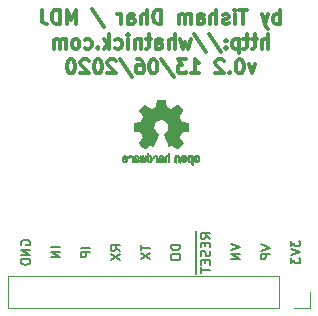
<source format=gbo>
G04 #@! TF.GenerationSoftware,KiCad,Pcbnew,(5.1.6)-1*
G04 #@! TF.CreationDate,2020-06-13T20:50:13+02:00*
G04 #@! TF.ProjectId,CS5490_Breakout,43533534-3930-45f4-9272-65616b6f7574,rev?*
G04 #@! TF.SameCoordinates,Original*
G04 #@! TF.FileFunction,Legend,Bot*
G04 #@! TF.FilePolarity,Positive*
%FSLAX46Y46*%
G04 Gerber Fmt 4.6, Leading zero omitted, Abs format (unit mm)*
G04 Created by KiCad (PCBNEW (5.1.6)-1) date 2020-06-13 20:50:13*
%MOMM*%
%LPD*%
G01*
G04 APERTURE LIST*
%ADD10C,0.300000*%
%ADD11C,0.200000*%
%ADD12C,0.010000*%
%ADD13C,0.120000*%
G04 APERTURE END LIST*
D10*
X161215714Y-100042857D02*
X161215714Y-98842857D01*
X161215714Y-99300000D02*
X161101428Y-99242857D01*
X160872857Y-99242857D01*
X160758571Y-99300000D01*
X160701428Y-99357142D01*
X160644285Y-99471428D01*
X160644285Y-99814285D01*
X160701428Y-99928571D01*
X160758571Y-99985714D01*
X160872857Y-100042857D01*
X161101428Y-100042857D01*
X161215714Y-99985714D01*
X160244285Y-99242857D02*
X159958571Y-100042857D01*
X159672857Y-99242857D02*
X159958571Y-100042857D01*
X160072857Y-100328571D01*
X160130000Y-100385714D01*
X160244285Y-100442857D01*
X158472857Y-98842857D02*
X157787142Y-98842857D01*
X158130000Y-100042857D02*
X158130000Y-98842857D01*
X157387142Y-100042857D02*
X157387142Y-99242857D01*
X157387142Y-98842857D02*
X157444285Y-98900000D01*
X157387142Y-98957142D01*
X157330000Y-98900000D01*
X157387142Y-98842857D01*
X157387142Y-98957142D01*
X156872857Y-99985714D02*
X156758571Y-100042857D01*
X156530000Y-100042857D01*
X156415714Y-99985714D01*
X156358571Y-99871428D01*
X156358571Y-99814285D01*
X156415714Y-99700000D01*
X156530000Y-99642857D01*
X156701428Y-99642857D01*
X156815714Y-99585714D01*
X156872857Y-99471428D01*
X156872857Y-99414285D01*
X156815714Y-99300000D01*
X156701428Y-99242857D01*
X156530000Y-99242857D01*
X156415714Y-99300000D01*
X155844285Y-100042857D02*
X155844285Y-98842857D01*
X155330000Y-100042857D02*
X155330000Y-99414285D01*
X155387142Y-99300000D01*
X155501428Y-99242857D01*
X155672857Y-99242857D01*
X155787142Y-99300000D01*
X155844285Y-99357142D01*
X154244285Y-100042857D02*
X154244285Y-99414285D01*
X154301428Y-99300000D01*
X154415714Y-99242857D01*
X154644285Y-99242857D01*
X154758571Y-99300000D01*
X154244285Y-99985714D02*
X154358571Y-100042857D01*
X154644285Y-100042857D01*
X154758571Y-99985714D01*
X154815714Y-99871428D01*
X154815714Y-99757142D01*
X154758571Y-99642857D01*
X154644285Y-99585714D01*
X154358571Y-99585714D01*
X154244285Y-99528571D01*
X153672857Y-100042857D02*
X153672857Y-99242857D01*
X153672857Y-99357142D02*
X153615714Y-99300000D01*
X153501428Y-99242857D01*
X153330000Y-99242857D01*
X153215714Y-99300000D01*
X153158571Y-99414285D01*
X153158571Y-100042857D01*
X153158571Y-99414285D02*
X153101428Y-99300000D01*
X152987142Y-99242857D01*
X152815714Y-99242857D01*
X152701428Y-99300000D01*
X152644285Y-99414285D01*
X152644285Y-100042857D01*
X151158571Y-100042857D02*
X151158571Y-98842857D01*
X150872857Y-98842857D01*
X150701428Y-98900000D01*
X150587142Y-99014285D01*
X150530000Y-99128571D01*
X150472857Y-99357142D01*
X150472857Y-99528571D01*
X150530000Y-99757142D01*
X150587142Y-99871428D01*
X150701428Y-99985714D01*
X150872857Y-100042857D01*
X151158571Y-100042857D01*
X149958571Y-100042857D02*
X149958571Y-98842857D01*
X149444285Y-100042857D02*
X149444285Y-99414285D01*
X149501428Y-99300000D01*
X149615714Y-99242857D01*
X149787142Y-99242857D01*
X149901428Y-99300000D01*
X149958571Y-99357142D01*
X148358571Y-100042857D02*
X148358571Y-99414285D01*
X148415714Y-99300000D01*
X148530000Y-99242857D01*
X148758571Y-99242857D01*
X148872857Y-99300000D01*
X148358571Y-99985714D02*
X148472857Y-100042857D01*
X148758571Y-100042857D01*
X148872857Y-99985714D01*
X148930000Y-99871428D01*
X148930000Y-99757142D01*
X148872857Y-99642857D01*
X148758571Y-99585714D01*
X148472857Y-99585714D01*
X148358571Y-99528571D01*
X147787142Y-100042857D02*
X147787142Y-99242857D01*
X147787142Y-99471428D02*
X147730000Y-99357142D01*
X147672857Y-99300000D01*
X147558571Y-99242857D01*
X147444285Y-99242857D01*
X145272857Y-98785714D02*
X146301428Y-100328571D01*
X143958571Y-100042857D02*
X143958571Y-98842857D01*
X143558571Y-99700000D01*
X143158571Y-98842857D01*
X143158571Y-100042857D01*
X142587142Y-100042857D02*
X142587142Y-98842857D01*
X142301428Y-98842857D01*
X142130000Y-98900000D01*
X142015714Y-99014285D01*
X141958571Y-99128571D01*
X141901428Y-99357142D01*
X141901428Y-99528571D01*
X141958571Y-99757142D01*
X142015714Y-99871428D01*
X142130000Y-99985714D01*
X142301428Y-100042857D01*
X142587142Y-100042857D01*
X141044285Y-98842857D02*
X141044285Y-99700000D01*
X141101428Y-99871428D01*
X141215714Y-99985714D01*
X141387142Y-100042857D01*
X141501428Y-100042857D01*
X160187142Y-102142857D02*
X160187142Y-100942857D01*
X159672857Y-102142857D02*
X159672857Y-101514285D01*
X159730000Y-101400000D01*
X159844285Y-101342857D01*
X160015714Y-101342857D01*
X160130000Y-101400000D01*
X160187142Y-101457142D01*
X159272857Y-101342857D02*
X158815714Y-101342857D01*
X159101428Y-100942857D02*
X159101428Y-101971428D01*
X159044285Y-102085714D01*
X158930000Y-102142857D01*
X158815714Y-102142857D01*
X158587142Y-101342857D02*
X158130000Y-101342857D01*
X158415714Y-100942857D02*
X158415714Y-101971428D01*
X158358571Y-102085714D01*
X158244285Y-102142857D01*
X158130000Y-102142857D01*
X157730000Y-101342857D02*
X157730000Y-102542857D01*
X157730000Y-101400000D02*
X157615714Y-101342857D01*
X157387142Y-101342857D01*
X157272857Y-101400000D01*
X157215714Y-101457142D01*
X157158571Y-101571428D01*
X157158571Y-101914285D01*
X157215714Y-102028571D01*
X157272857Y-102085714D01*
X157387142Y-102142857D01*
X157615714Y-102142857D01*
X157730000Y-102085714D01*
X156644285Y-102028571D02*
X156587142Y-102085714D01*
X156644285Y-102142857D01*
X156701428Y-102085714D01*
X156644285Y-102028571D01*
X156644285Y-102142857D01*
X156644285Y-101400000D02*
X156587142Y-101457142D01*
X156644285Y-101514285D01*
X156701428Y-101457142D01*
X156644285Y-101400000D01*
X156644285Y-101514285D01*
X155215714Y-100885714D02*
X156244285Y-102428571D01*
X153958571Y-100885714D02*
X154987142Y-102428571D01*
X153672857Y-101342857D02*
X153444285Y-102142857D01*
X153215714Y-101571428D01*
X152987142Y-102142857D01*
X152758571Y-101342857D01*
X152301428Y-102142857D02*
X152301428Y-100942857D01*
X151787142Y-102142857D02*
X151787142Y-101514285D01*
X151844285Y-101400000D01*
X151958571Y-101342857D01*
X152130000Y-101342857D01*
X152244285Y-101400000D01*
X152301428Y-101457142D01*
X150701428Y-102142857D02*
X150701428Y-101514285D01*
X150758571Y-101400000D01*
X150872857Y-101342857D01*
X151101428Y-101342857D01*
X151215714Y-101400000D01*
X150701428Y-102085714D02*
X150815714Y-102142857D01*
X151101428Y-102142857D01*
X151215714Y-102085714D01*
X151272857Y-101971428D01*
X151272857Y-101857142D01*
X151215714Y-101742857D01*
X151101428Y-101685714D01*
X150815714Y-101685714D01*
X150701428Y-101628571D01*
X150301428Y-101342857D02*
X149844285Y-101342857D01*
X150130000Y-100942857D02*
X150130000Y-101971428D01*
X150072857Y-102085714D01*
X149958571Y-102142857D01*
X149844285Y-102142857D01*
X149444285Y-101342857D02*
X149444285Y-102142857D01*
X149444285Y-101457142D02*
X149387142Y-101400000D01*
X149272857Y-101342857D01*
X149101428Y-101342857D01*
X148987142Y-101400000D01*
X148930000Y-101514285D01*
X148930000Y-102142857D01*
X148358571Y-102142857D02*
X148358571Y-101342857D01*
X148358571Y-100942857D02*
X148415714Y-101000000D01*
X148358571Y-101057142D01*
X148301428Y-101000000D01*
X148358571Y-100942857D01*
X148358571Y-101057142D01*
X147272857Y-102085714D02*
X147387142Y-102142857D01*
X147615714Y-102142857D01*
X147730000Y-102085714D01*
X147787142Y-102028571D01*
X147844285Y-101914285D01*
X147844285Y-101571428D01*
X147787142Y-101457142D01*
X147730000Y-101400000D01*
X147615714Y-101342857D01*
X147387142Y-101342857D01*
X147272857Y-101400000D01*
X146758571Y-102142857D02*
X146758571Y-100942857D01*
X146644285Y-101685714D02*
X146301428Y-102142857D01*
X146301428Y-101342857D02*
X146758571Y-101800000D01*
X145787142Y-102028571D02*
X145730000Y-102085714D01*
X145787142Y-102142857D01*
X145844285Y-102085714D01*
X145787142Y-102028571D01*
X145787142Y-102142857D01*
X144701428Y-102085714D02*
X144815714Y-102142857D01*
X145044285Y-102142857D01*
X145158571Y-102085714D01*
X145215714Y-102028571D01*
X145272857Y-101914285D01*
X145272857Y-101571428D01*
X145215714Y-101457142D01*
X145158571Y-101400000D01*
X145044285Y-101342857D01*
X144815714Y-101342857D01*
X144701428Y-101400000D01*
X144015714Y-102142857D02*
X144130000Y-102085714D01*
X144187142Y-102028571D01*
X144244285Y-101914285D01*
X144244285Y-101571428D01*
X144187142Y-101457142D01*
X144130000Y-101400000D01*
X144015714Y-101342857D01*
X143844285Y-101342857D01*
X143730000Y-101400000D01*
X143672857Y-101457142D01*
X143615714Y-101571428D01*
X143615714Y-101914285D01*
X143672857Y-102028571D01*
X143730000Y-102085714D01*
X143844285Y-102142857D01*
X144015714Y-102142857D01*
X143101428Y-102142857D02*
X143101428Y-101342857D01*
X143101428Y-101457142D02*
X143044285Y-101400000D01*
X142930000Y-101342857D01*
X142758571Y-101342857D01*
X142644285Y-101400000D01*
X142587142Y-101514285D01*
X142587142Y-102142857D01*
X142587142Y-101514285D02*
X142530000Y-101400000D01*
X142415714Y-101342857D01*
X142244285Y-101342857D01*
X142130000Y-101400000D01*
X142072857Y-101514285D01*
X142072857Y-102142857D01*
X159130000Y-103442857D02*
X158844285Y-104242857D01*
X158558571Y-103442857D01*
X157872857Y-103042857D02*
X157758571Y-103042857D01*
X157644285Y-103100000D01*
X157587142Y-103157142D01*
X157530000Y-103271428D01*
X157472857Y-103500000D01*
X157472857Y-103785714D01*
X157530000Y-104014285D01*
X157587142Y-104128571D01*
X157644285Y-104185714D01*
X157758571Y-104242857D01*
X157872857Y-104242857D01*
X157987142Y-104185714D01*
X158044285Y-104128571D01*
X158101428Y-104014285D01*
X158158571Y-103785714D01*
X158158571Y-103500000D01*
X158101428Y-103271428D01*
X158044285Y-103157142D01*
X157987142Y-103100000D01*
X157872857Y-103042857D01*
X156958571Y-104128571D02*
X156901428Y-104185714D01*
X156958571Y-104242857D01*
X157015714Y-104185714D01*
X156958571Y-104128571D01*
X156958571Y-104242857D01*
X156444285Y-103157142D02*
X156387142Y-103100000D01*
X156272857Y-103042857D01*
X155987142Y-103042857D01*
X155872857Y-103100000D01*
X155815714Y-103157142D01*
X155758571Y-103271428D01*
X155758571Y-103385714D01*
X155815714Y-103557142D01*
X156501428Y-104242857D01*
X155758571Y-104242857D01*
X153701428Y-104242857D02*
X154387142Y-104242857D01*
X154044285Y-104242857D02*
X154044285Y-103042857D01*
X154158571Y-103214285D01*
X154272857Y-103328571D01*
X154387142Y-103385714D01*
X153301428Y-103042857D02*
X152558571Y-103042857D01*
X152958571Y-103500000D01*
X152787142Y-103500000D01*
X152672857Y-103557142D01*
X152615714Y-103614285D01*
X152558571Y-103728571D01*
X152558571Y-104014285D01*
X152615714Y-104128571D01*
X152672857Y-104185714D01*
X152787142Y-104242857D01*
X153130000Y-104242857D01*
X153244285Y-104185714D01*
X153301428Y-104128571D01*
X151187142Y-102985714D02*
X152215714Y-104528571D01*
X150558571Y-103042857D02*
X150444285Y-103042857D01*
X150330000Y-103100000D01*
X150272857Y-103157142D01*
X150215714Y-103271428D01*
X150158571Y-103500000D01*
X150158571Y-103785714D01*
X150215714Y-104014285D01*
X150272857Y-104128571D01*
X150330000Y-104185714D01*
X150444285Y-104242857D01*
X150558571Y-104242857D01*
X150672857Y-104185714D01*
X150730000Y-104128571D01*
X150787142Y-104014285D01*
X150844285Y-103785714D01*
X150844285Y-103500000D01*
X150787142Y-103271428D01*
X150730000Y-103157142D01*
X150672857Y-103100000D01*
X150558571Y-103042857D01*
X149130000Y-103042857D02*
X149358571Y-103042857D01*
X149472857Y-103100000D01*
X149530000Y-103157142D01*
X149644285Y-103328571D01*
X149701428Y-103557142D01*
X149701428Y-104014285D01*
X149644285Y-104128571D01*
X149587142Y-104185714D01*
X149472857Y-104242857D01*
X149244285Y-104242857D01*
X149130000Y-104185714D01*
X149072857Y-104128571D01*
X149015714Y-104014285D01*
X149015714Y-103728571D01*
X149072857Y-103614285D01*
X149130000Y-103557142D01*
X149244285Y-103500000D01*
X149472857Y-103500000D01*
X149587142Y-103557142D01*
X149644285Y-103614285D01*
X149701428Y-103728571D01*
X147644285Y-102985714D02*
X148672857Y-104528571D01*
X147301428Y-103157142D02*
X147244285Y-103100000D01*
X147130000Y-103042857D01*
X146844285Y-103042857D01*
X146730000Y-103100000D01*
X146672857Y-103157142D01*
X146615714Y-103271428D01*
X146615714Y-103385714D01*
X146672857Y-103557142D01*
X147358571Y-104242857D01*
X146615714Y-104242857D01*
X145872857Y-103042857D02*
X145758571Y-103042857D01*
X145644285Y-103100000D01*
X145587142Y-103157142D01*
X145530000Y-103271428D01*
X145472857Y-103500000D01*
X145472857Y-103785714D01*
X145530000Y-104014285D01*
X145587142Y-104128571D01*
X145644285Y-104185714D01*
X145758571Y-104242857D01*
X145872857Y-104242857D01*
X145987142Y-104185714D01*
X146044285Y-104128571D01*
X146101428Y-104014285D01*
X146158571Y-103785714D01*
X146158571Y-103500000D01*
X146101428Y-103271428D01*
X146044285Y-103157142D01*
X145987142Y-103100000D01*
X145872857Y-103042857D01*
X145015714Y-103157142D02*
X144958571Y-103100000D01*
X144844285Y-103042857D01*
X144558571Y-103042857D01*
X144444285Y-103100000D01*
X144387142Y-103157142D01*
X144330000Y-103271428D01*
X144330000Y-103385714D01*
X144387142Y-103557142D01*
X145072857Y-104242857D01*
X144330000Y-104242857D01*
X143587142Y-103042857D02*
X143472857Y-103042857D01*
X143358571Y-103100000D01*
X143301428Y-103157142D01*
X143244285Y-103271428D01*
X143187142Y-103500000D01*
X143187142Y-103785714D01*
X143244285Y-104014285D01*
X143301428Y-104128571D01*
X143358571Y-104185714D01*
X143472857Y-104242857D01*
X143587142Y-104242857D01*
X143701428Y-104185714D01*
X143758571Y-104128571D01*
X143815714Y-104014285D01*
X143872857Y-103785714D01*
X143872857Y-103500000D01*
X143815714Y-103271428D01*
X143758571Y-103157142D01*
X143701428Y-103100000D01*
X143587142Y-103042857D01*
D11*
X139300000Y-118770476D02*
X139261904Y-118694285D01*
X139261904Y-118580000D01*
X139300000Y-118465714D01*
X139376190Y-118389523D01*
X139452380Y-118351428D01*
X139604761Y-118313333D01*
X139719047Y-118313333D01*
X139871428Y-118351428D01*
X139947619Y-118389523D01*
X140023809Y-118465714D01*
X140061904Y-118580000D01*
X140061904Y-118656190D01*
X140023809Y-118770476D01*
X139985714Y-118808571D01*
X139719047Y-118808571D01*
X139719047Y-118656190D01*
X140061904Y-119151428D02*
X139261904Y-119151428D01*
X140061904Y-119608571D01*
X139261904Y-119608571D01*
X140061904Y-119989523D02*
X139261904Y-119989523D01*
X139261904Y-120180000D01*
X139300000Y-120294285D01*
X139376190Y-120370476D01*
X139452380Y-120408571D01*
X139604761Y-120446666D01*
X139719047Y-120446666D01*
X139871428Y-120408571D01*
X139947619Y-120370476D01*
X140023809Y-120294285D01*
X140061904Y-120180000D01*
X140061904Y-119989523D01*
X142601904Y-118960952D02*
X141801904Y-118960952D01*
X142601904Y-119341904D02*
X141801904Y-119341904D01*
X142601904Y-119799047D01*
X141801904Y-119799047D01*
X145141904Y-118980000D02*
X144341904Y-118980000D01*
X145141904Y-119360952D02*
X144341904Y-119360952D01*
X144341904Y-119665714D01*
X144380000Y-119741904D01*
X144418095Y-119780000D01*
X144494285Y-119818095D01*
X144608571Y-119818095D01*
X144684761Y-119780000D01*
X144722857Y-119741904D01*
X144760952Y-119665714D01*
X144760952Y-119360952D01*
X147681904Y-119246666D02*
X147300952Y-118980000D01*
X147681904Y-118789523D02*
X146881904Y-118789523D01*
X146881904Y-119094285D01*
X146920000Y-119170476D01*
X146958095Y-119208571D01*
X147034285Y-119246666D01*
X147148571Y-119246666D01*
X147224761Y-119208571D01*
X147262857Y-119170476D01*
X147300952Y-119094285D01*
X147300952Y-118789523D01*
X146881904Y-119513333D02*
X147681904Y-120046666D01*
X146881904Y-120046666D02*
X147681904Y-119513333D01*
X149421904Y-118770476D02*
X149421904Y-119227619D01*
X150221904Y-118999047D02*
X149421904Y-118999047D01*
X149421904Y-119418095D02*
X150221904Y-119951428D01*
X149421904Y-119951428D02*
X150221904Y-119418095D01*
X152761904Y-118751428D02*
X151961904Y-118751428D01*
X151961904Y-118941904D01*
X152000000Y-119056190D01*
X152076190Y-119132380D01*
X152152380Y-119170476D01*
X152304761Y-119208571D01*
X152419047Y-119208571D01*
X152571428Y-119170476D01*
X152647619Y-119132380D01*
X152723809Y-119056190D01*
X152761904Y-118941904D01*
X152761904Y-118751428D01*
X151961904Y-119703809D02*
X151961904Y-119856190D01*
X152000000Y-119932380D01*
X152076190Y-120008571D01*
X152228571Y-120046666D01*
X152495238Y-120046666D01*
X152647619Y-120008571D01*
X152723809Y-119932380D01*
X152761904Y-119856190D01*
X152761904Y-119703809D01*
X152723809Y-119627619D01*
X152647619Y-119551428D01*
X152495238Y-119513333D01*
X152228571Y-119513333D01*
X152076190Y-119551428D01*
X152000000Y-119627619D01*
X151961904Y-119703809D01*
X154104000Y-117570476D02*
X154104000Y-118370476D01*
X155301904Y-118218095D02*
X154920952Y-117951428D01*
X155301904Y-117760952D02*
X154501904Y-117760952D01*
X154501904Y-118065714D01*
X154540000Y-118141904D01*
X154578095Y-118180000D01*
X154654285Y-118218095D01*
X154768571Y-118218095D01*
X154844761Y-118180000D01*
X154882857Y-118141904D01*
X154920952Y-118065714D01*
X154920952Y-117760952D01*
X154104000Y-118370476D02*
X154104000Y-119094285D01*
X154882857Y-118560952D02*
X154882857Y-118827619D01*
X155301904Y-118941904D02*
X155301904Y-118560952D01*
X154501904Y-118560952D01*
X154501904Y-118941904D01*
X154104000Y-119094285D02*
X154104000Y-119856190D01*
X155263809Y-119246666D02*
X155301904Y-119360952D01*
X155301904Y-119551428D01*
X155263809Y-119627619D01*
X155225714Y-119665714D01*
X155149523Y-119703809D01*
X155073333Y-119703809D01*
X154997142Y-119665714D01*
X154959047Y-119627619D01*
X154920952Y-119551428D01*
X154882857Y-119399047D01*
X154844761Y-119322857D01*
X154806666Y-119284761D01*
X154730476Y-119246666D01*
X154654285Y-119246666D01*
X154578095Y-119284761D01*
X154540000Y-119322857D01*
X154501904Y-119399047D01*
X154501904Y-119589523D01*
X154540000Y-119703809D01*
X154104000Y-119856190D02*
X154104000Y-120580000D01*
X154882857Y-120046666D02*
X154882857Y-120313333D01*
X155301904Y-120427619D02*
X155301904Y-120046666D01*
X154501904Y-120046666D01*
X154501904Y-120427619D01*
X154104000Y-120580000D02*
X154104000Y-121189523D01*
X154501904Y-120656190D02*
X154501904Y-121113333D01*
X155301904Y-120884761D02*
X154501904Y-120884761D01*
X157041904Y-118694285D02*
X157841904Y-118960952D01*
X157041904Y-119227619D01*
X157841904Y-119494285D02*
X157041904Y-119494285D01*
X157841904Y-119951428D01*
X157041904Y-119951428D01*
X159581904Y-118713333D02*
X160381904Y-118980000D01*
X159581904Y-119246666D01*
X160381904Y-119513333D02*
X159581904Y-119513333D01*
X159581904Y-119818095D01*
X159620000Y-119894285D01*
X159658095Y-119932380D01*
X159734285Y-119970476D01*
X159848571Y-119970476D01*
X159924761Y-119932380D01*
X159962857Y-119894285D01*
X160000952Y-119818095D01*
X160000952Y-119513333D01*
X162121904Y-118389523D02*
X162121904Y-118884761D01*
X162426666Y-118618095D01*
X162426666Y-118732380D01*
X162464761Y-118808571D01*
X162502857Y-118846666D01*
X162579047Y-118884761D01*
X162769523Y-118884761D01*
X162845714Y-118846666D01*
X162883809Y-118808571D01*
X162921904Y-118732380D01*
X162921904Y-118503809D01*
X162883809Y-118427619D01*
X162845714Y-118389523D01*
X162121904Y-119113333D02*
X162921904Y-119380000D01*
X162121904Y-119646666D01*
X162121904Y-119837142D02*
X162121904Y-120332380D01*
X162426666Y-120065714D01*
X162426666Y-120180000D01*
X162464761Y-120256190D01*
X162502857Y-120294285D01*
X162579047Y-120332380D01*
X162769523Y-120332380D01*
X162845714Y-120294285D01*
X162883809Y-120256190D01*
X162921904Y-120180000D01*
X162921904Y-119951428D01*
X162883809Y-119875238D01*
X162845714Y-119837142D01*
D12*
G36*
X151026090Y-106462348D02*
G01*
X150947546Y-106462778D01*
X150890702Y-106463942D01*
X150851895Y-106466207D01*
X150827462Y-106469940D01*
X150813738Y-106475506D01*
X150807060Y-106483273D01*
X150803764Y-106493605D01*
X150803444Y-106494943D01*
X150798438Y-106519079D01*
X150789171Y-106566701D01*
X150776608Y-106632741D01*
X150761713Y-106712128D01*
X150745449Y-106799796D01*
X150744881Y-106802875D01*
X150728590Y-106888789D01*
X150713348Y-106964696D01*
X150700139Y-107026045D01*
X150689946Y-107068282D01*
X150683752Y-107086855D01*
X150683457Y-107087184D01*
X150665212Y-107096253D01*
X150627595Y-107111367D01*
X150578729Y-107129262D01*
X150578457Y-107129358D01*
X150516907Y-107152493D01*
X150444343Y-107181965D01*
X150375943Y-107211597D01*
X150372706Y-107213062D01*
X150261298Y-107263626D01*
X150014601Y-107095160D01*
X149938923Y-107043803D01*
X149870369Y-106997889D01*
X149812912Y-106960030D01*
X149770524Y-106932837D01*
X149747175Y-106918921D01*
X149744958Y-106917889D01*
X149727990Y-106922484D01*
X149696299Y-106944655D01*
X149648648Y-106985447D01*
X149583802Y-107045905D01*
X149517603Y-107110227D01*
X149453786Y-107173612D01*
X149396671Y-107231451D01*
X149349695Y-107280175D01*
X149316297Y-107316210D01*
X149299915Y-107335984D01*
X149299306Y-107337002D01*
X149297495Y-107350572D01*
X149304317Y-107372733D01*
X149321460Y-107406478D01*
X149350607Y-107454800D01*
X149393445Y-107520692D01*
X149450552Y-107605517D01*
X149501234Y-107680177D01*
X149546539Y-107747140D01*
X149583850Y-107802516D01*
X149610548Y-107842420D01*
X149624015Y-107862962D01*
X149624863Y-107864356D01*
X149623219Y-107884038D01*
X149610755Y-107922293D01*
X149589952Y-107971889D01*
X149582538Y-107987728D01*
X149550186Y-108058290D01*
X149515672Y-108138353D01*
X149487635Y-108207629D01*
X149467432Y-108259045D01*
X149451385Y-108298119D01*
X149442112Y-108318541D01*
X149440959Y-108320114D01*
X149423904Y-108322721D01*
X149383702Y-108329863D01*
X149325698Y-108340523D01*
X149255237Y-108353685D01*
X149177665Y-108368333D01*
X149098328Y-108383449D01*
X149022569Y-108398018D01*
X148955736Y-108411022D01*
X148903172Y-108421445D01*
X148870224Y-108428270D01*
X148862143Y-108430199D01*
X148853795Y-108434962D01*
X148847494Y-108445718D01*
X148842955Y-108466098D01*
X148839896Y-108499734D01*
X148838033Y-108550255D01*
X148837082Y-108621292D01*
X148836760Y-108716476D01*
X148836743Y-108755492D01*
X148836743Y-109072799D01*
X148912943Y-109087839D01*
X148955337Y-109095995D01*
X149018600Y-109107899D01*
X149095038Y-109122116D01*
X149176957Y-109137210D01*
X149199600Y-109141355D01*
X149275194Y-109156053D01*
X149341047Y-109170505D01*
X149391634Y-109183375D01*
X149421426Y-109193322D01*
X149426388Y-109196287D01*
X149438574Y-109217283D01*
X149456047Y-109257967D01*
X149475423Y-109310322D01*
X149479266Y-109321600D01*
X149504661Y-109391523D01*
X149536183Y-109470418D01*
X149567031Y-109541266D01*
X149567183Y-109541595D01*
X149618553Y-109652733D01*
X149449601Y-109901253D01*
X149280648Y-110149772D01*
X149497571Y-110367058D01*
X149563181Y-110431726D01*
X149623021Y-110488733D01*
X149673733Y-110535033D01*
X149711954Y-110567584D01*
X149734325Y-110583343D01*
X149737534Y-110584343D01*
X149756374Y-110576469D01*
X149794820Y-110554578D01*
X149848670Y-110521267D01*
X149913724Y-110479131D01*
X149984060Y-110431943D01*
X150055445Y-110383810D01*
X150119092Y-110341928D01*
X150170959Y-110308871D01*
X150207005Y-110287218D01*
X150223133Y-110279543D01*
X150242811Y-110286037D01*
X150280125Y-110303150D01*
X150327379Y-110327326D01*
X150332388Y-110330013D01*
X150396023Y-110361927D01*
X150439659Y-110377579D01*
X150466798Y-110377745D01*
X150480943Y-110363204D01*
X150481025Y-110363000D01*
X150488095Y-110345779D01*
X150504958Y-110304899D01*
X150530305Y-110243525D01*
X150562829Y-110164819D01*
X150601222Y-110071947D01*
X150644178Y-109968072D01*
X150685778Y-109867502D01*
X150731496Y-109756516D01*
X150773474Y-109653703D01*
X150810452Y-109562215D01*
X150841173Y-109485201D01*
X150864378Y-109425815D01*
X150878810Y-109387209D01*
X150883257Y-109372800D01*
X150872104Y-109356272D01*
X150842931Y-109329930D01*
X150804029Y-109300887D01*
X150693243Y-109209039D01*
X150606649Y-109103759D01*
X150545284Y-108987266D01*
X150510185Y-108861776D01*
X150502392Y-108729507D01*
X150508057Y-108668457D01*
X150538922Y-108541795D01*
X150592080Y-108429941D01*
X150664233Y-108334001D01*
X150752083Y-108255076D01*
X150852335Y-108194270D01*
X150961690Y-108152687D01*
X151076853Y-108131428D01*
X151194525Y-108131599D01*
X151311410Y-108154301D01*
X151424211Y-108200638D01*
X151529631Y-108271713D01*
X151573632Y-108311911D01*
X151658021Y-108415129D01*
X151716778Y-108527925D01*
X151750296Y-108647010D01*
X151758965Y-108769095D01*
X151743177Y-108890893D01*
X151703322Y-109009116D01*
X151639793Y-109120475D01*
X151552979Y-109221684D01*
X151455971Y-109300887D01*
X151415563Y-109331162D01*
X151387018Y-109357219D01*
X151376743Y-109372825D01*
X151382123Y-109389843D01*
X151397425Y-109430500D01*
X151421388Y-109491642D01*
X151452756Y-109570119D01*
X151490268Y-109662780D01*
X151532667Y-109766472D01*
X151574337Y-109867526D01*
X151620310Y-109978607D01*
X151662893Y-110081541D01*
X151700779Y-110173165D01*
X151732660Y-110250316D01*
X151757229Y-110309831D01*
X151773180Y-110348544D01*
X151779090Y-110363000D01*
X151793052Y-110377685D01*
X151820060Y-110377642D01*
X151863587Y-110362099D01*
X151927110Y-110330284D01*
X151927612Y-110330013D01*
X151975440Y-110305323D01*
X152014103Y-110287338D01*
X152035905Y-110279614D01*
X152036867Y-110279543D01*
X152053279Y-110287378D01*
X152089513Y-110309165D01*
X152141526Y-110342328D01*
X152205275Y-110384291D01*
X152275940Y-110431943D01*
X152347884Y-110480191D01*
X152412726Y-110522151D01*
X152466265Y-110555227D01*
X152504303Y-110576821D01*
X152522467Y-110584343D01*
X152539192Y-110574457D01*
X152572820Y-110546826D01*
X152619990Y-110504495D01*
X152677342Y-110450505D01*
X152741516Y-110387899D01*
X152762503Y-110366983D01*
X152979501Y-110149623D01*
X152814332Y-109907220D01*
X152764136Y-109832781D01*
X152720081Y-109765972D01*
X152684638Y-109710665D01*
X152660281Y-109670729D01*
X152649478Y-109650036D01*
X152649162Y-109648563D01*
X152654857Y-109629058D01*
X152670174Y-109589822D01*
X152692463Y-109537430D01*
X152708107Y-109502355D01*
X152737359Y-109435201D01*
X152764906Y-109367358D01*
X152786263Y-109310034D01*
X152792065Y-109292572D01*
X152808548Y-109245938D01*
X152824660Y-109209905D01*
X152833510Y-109196287D01*
X152853040Y-109187952D01*
X152895666Y-109176137D01*
X152955855Y-109162181D01*
X153028078Y-109147422D01*
X153060400Y-109141355D01*
X153142478Y-109126273D01*
X153221205Y-109111669D01*
X153288891Y-109098980D01*
X153337840Y-109089642D01*
X153347057Y-109087839D01*
X153423257Y-109072799D01*
X153423257Y-108755492D01*
X153423086Y-108651154D01*
X153422384Y-108572213D01*
X153420866Y-108515038D01*
X153418251Y-108475999D01*
X153414254Y-108451465D01*
X153408591Y-108437805D01*
X153400980Y-108431389D01*
X153397857Y-108430199D01*
X153379022Y-108425980D01*
X153337412Y-108417562D01*
X153278370Y-108405961D01*
X153207243Y-108392195D01*
X153129375Y-108377280D01*
X153050113Y-108362232D01*
X152974802Y-108348069D01*
X152908787Y-108335806D01*
X152857413Y-108326461D01*
X152826025Y-108321050D01*
X152819041Y-108320114D01*
X152812715Y-108307596D01*
X152798710Y-108274246D01*
X152779645Y-108226377D01*
X152772366Y-108207629D01*
X152743004Y-108135195D01*
X152708429Y-108055170D01*
X152677463Y-107987728D01*
X152654677Y-107936159D01*
X152639518Y-107893785D01*
X152634458Y-107867834D01*
X152635264Y-107864356D01*
X152645959Y-107847936D01*
X152670380Y-107811417D01*
X152705905Y-107758687D01*
X152749913Y-107693635D01*
X152799783Y-107620151D01*
X152809644Y-107605645D01*
X152867508Y-107519704D01*
X152910044Y-107454261D01*
X152938946Y-107406304D01*
X152955910Y-107372820D01*
X152962633Y-107350795D01*
X152960810Y-107337217D01*
X152960764Y-107337131D01*
X152946414Y-107319297D01*
X152914677Y-107284817D01*
X152868990Y-107237268D01*
X152812796Y-107180222D01*
X152749532Y-107117255D01*
X152742398Y-107110227D01*
X152662670Y-107033020D01*
X152601143Y-106976330D01*
X152556579Y-106939110D01*
X152527743Y-106920315D01*
X152515042Y-106917889D01*
X152496506Y-106928471D01*
X152458039Y-106952916D01*
X152403614Y-106988612D01*
X152337202Y-107032947D01*
X152262775Y-107083311D01*
X152245399Y-107095160D01*
X151998703Y-107263626D01*
X151887294Y-107213062D01*
X151819543Y-107183595D01*
X151746817Y-107153959D01*
X151684297Y-107130330D01*
X151681543Y-107129358D01*
X151632640Y-107111457D01*
X151594943Y-107096320D01*
X151576575Y-107087210D01*
X151576544Y-107087184D01*
X151570715Y-107070717D01*
X151560808Y-107030219D01*
X151547805Y-106970242D01*
X151532691Y-106895340D01*
X151516448Y-106810064D01*
X151515119Y-106802875D01*
X151498825Y-106715014D01*
X151483867Y-106635260D01*
X151471209Y-106568681D01*
X151461814Y-106520347D01*
X151456646Y-106495325D01*
X151456556Y-106494943D01*
X151453411Y-106484299D01*
X151447296Y-106476262D01*
X151434547Y-106470467D01*
X151411500Y-106466547D01*
X151374491Y-106464135D01*
X151319856Y-106462865D01*
X151243933Y-106462371D01*
X151143056Y-106462286D01*
X151130000Y-106462286D01*
X151026090Y-106462348D01*
G37*
X151026090Y-106462348D02*
X150947546Y-106462778D01*
X150890702Y-106463942D01*
X150851895Y-106466207D01*
X150827462Y-106469940D01*
X150813738Y-106475506D01*
X150807060Y-106483273D01*
X150803764Y-106493605D01*
X150803444Y-106494943D01*
X150798438Y-106519079D01*
X150789171Y-106566701D01*
X150776608Y-106632741D01*
X150761713Y-106712128D01*
X150745449Y-106799796D01*
X150744881Y-106802875D01*
X150728590Y-106888789D01*
X150713348Y-106964696D01*
X150700139Y-107026045D01*
X150689946Y-107068282D01*
X150683752Y-107086855D01*
X150683457Y-107087184D01*
X150665212Y-107096253D01*
X150627595Y-107111367D01*
X150578729Y-107129262D01*
X150578457Y-107129358D01*
X150516907Y-107152493D01*
X150444343Y-107181965D01*
X150375943Y-107211597D01*
X150372706Y-107213062D01*
X150261298Y-107263626D01*
X150014601Y-107095160D01*
X149938923Y-107043803D01*
X149870369Y-106997889D01*
X149812912Y-106960030D01*
X149770524Y-106932837D01*
X149747175Y-106918921D01*
X149744958Y-106917889D01*
X149727990Y-106922484D01*
X149696299Y-106944655D01*
X149648648Y-106985447D01*
X149583802Y-107045905D01*
X149517603Y-107110227D01*
X149453786Y-107173612D01*
X149396671Y-107231451D01*
X149349695Y-107280175D01*
X149316297Y-107316210D01*
X149299915Y-107335984D01*
X149299306Y-107337002D01*
X149297495Y-107350572D01*
X149304317Y-107372733D01*
X149321460Y-107406478D01*
X149350607Y-107454800D01*
X149393445Y-107520692D01*
X149450552Y-107605517D01*
X149501234Y-107680177D01*
X149546539Y-107747140D01*
X149583850Y-107802516D01*
X149610548Y-107842420D01*
X149624015Y-107862962D01*
X149624863Y-107864356D01*
X149623219Y-107884038D01*
X149610755Y-107922293D01*
X149589952Y-107971889D01*
X149582538Y-107987728D01*
X149550186Y-108058290D01*
X149515672Y-108138353D01*
X149487635Y-108207629D01*
X149467432Y-108259045D01*
X149451385Y-108298119D01*
X149442112Y-108318541D01*
X149440959Y-108320114D01*
X149423904Y-108322721D01*
X149383702Y-108329863D01*
X149325698Y-108340523D01*
X149255237Y-108353685D01*
X149177665Y-108368333D01*
X149098328Y-108383449D01*
X149022569Y-108398018D01*
X148955736Y-108411022D01*
X148903172Y-108421445D01*
X148870224Y-108428270D01*
X148862143Y-108430199D01*
X148853795Y-108434962D01*
X148847494Y-108445718D01*
X148842955Y-108466098D01*
X148839896Y-108499734D01*
X148838033Y-108550255D01*
X148837082Y-108621292D01*
X148836760Y-108716476D01*
X148836743Y-108755492D01*
X148836743Y-109072799D01*
X148912943Y-109087839D01*
X148955337Y-109095995D01*
X149018600Y-109107899D01*
X149095038Y-109122116D01*
X149176957Y-109137210D01*
X149199600Y-109141355D01*
X149275194Y-109156053D01*
X149341047Y-109170505D01*
X149391634Y-109183375D01*
X149421426Y-109193322D01*
X149426388Y-109196287D01*
X149438574Y-109217283D01*
X149456047Y-109257967D01*
X149475423Y-109310322D01*
X149479266Y-109321600D01*
X149504661Y-109391523D01*
X149536183Y-109470418D01*
X149567031Y-109541266D01*
X149567183Y-109541595D01*
X149618553Y-109652733D01*
X149449601Y-109901253D01*
X149280648Y-110149772D01*
X149497571Y-110367058D01*
X149563181Y-110431726D01*
X149623021Y-110488733D01*
X149673733Y-110535033D01*
X149711954Y-110567584D01*
X149734325Y-110583343D01*
X149737534Y-110584343D01*
X149756374Y-110576469D01*
X149794820Y-110554578D01*
X149848670Y-110521267D01*
X149913724Y-110479131D01*
X149984060Y-110431943D01*
X150055445Y-110383810D01*
X150119092Y-110341928D01*
X150170959Y-110308871D01*
X150207005Y-110287218D01*
X150223133Y-110279543D01*
X150242811Y-110286037D01*
X150280125Y-110303150D01*
X150327379Y-110327326D01*
X150332388Y-110330013D01*
X150396023Y-110361927D01*
X150439659Y-110377579D01*
X150466798Y-110377745D01*
X150480943Y-110363204D01*
X150481025Y-110363000D01*
X150488095Y-110345779D01*
X150504958Y-110304899D01*
X150530305Y-110243525D01*
X150562829Y-110164819D01*
X150601222Y-110071947D01*
X150644178Y-109968072D01*
X150685778Y-109867502D01*
X150731496Y-109756516D01*
X150773474Y-109653703D01*
X150810452Y-109562215D01*
X150841173Y-109485201D01*
X150864378Y-109425815D01*
X150878810Y-109387209D01*
X150883257Y-109372800D01*
X150872104Y-109356272D01*
X150842931Y-109329930D01*
X150804029Y-109300887D01*
X150693243Y-109209039D01*
X150606649Y-109103759D01*
X150545284Y-108987266D01*
X150510185Y-108861776D01*
X150502392Y-108729507D01*
X150508057Y-108668457D01*
X150538922Y-108541795D01*
X150592080Y-108429941D01*
X150664233Y-108334001D01*
X150752083Y-108255076D01*
X150852335Y-108194270D01*
X150961690Y-108152687D01*
X151076853Y-108131428D01*
X151194525Y-108131599D01*
X151311410Y-108154301D01*
X151424211Y-108200638D01*
X151529631Y-108271713D01*
X151573632Y-108311911D01*
X151658021Y-108415129D01*
X151716778Y-108527925D01*
X151750296Y-108647010D01*
X151758965Y-108769095D01*
X151743177Y-108890893D01*
X151703322Y-109009116D01*
X151639793Y-109120475D01*
X151552979Y-109221684D01*
X151455971Y-109300887D01*
X151415563Y-109331162D01*
X151387018Y-109357219D01*
X151376743Y-109372825D01*
X151382123Y-109389843D01*
X151397425Y-109430500D01*
X151421388Y-109491642D01*
X151452756Y-109570119D01*
X151490268Y-109662780D01*
X151532667Y-109766472D01*
X151574337Y-109867526D01*
X151620310Y-109978607D01*
X151662893Y-110081541D01*
X151700779Y-110173165D01*
X151732660Y-110250316D01*
X151757229Y-110309831D01*
X151773180Y-110348544D01*
X151779090Y-110363000D01*
X151793052Y-110377685D01*
X151820060Y-110377642D01*
X151863587Y-110362099D01*
X151927110Y-110330284D01*
X151927612Y-110330013D01*
X151975440Y-110305323D01*
X152014103Y-110287338D01*
X152035905Y-110279614D01*
X152036867Y-110279543D01*
X152053279Y-110287378D01*
X152089513Y-110309165D01*
X152141526Y-110342328D01*
X152205275Y-110384291D01*
X152275940Y-110431943D01*
X152347884Y-110480191D01*
X152412726Y-110522151D01*
X152466265Y-110555227D01*
X152504303Y-110576821D01*
X152522467Y-110584343D01*
X152539192Y-110574457D01*
X152572820Y-110546826D01*
X152619990Y-110504495D01*
X152677342Y-110450505D01*
X152741516Y-110387899D01*
X152762503Y-110366983D01*
X152979501Y-110149623D01*
X152814332Y-109907220D01*
X152764136Y-109832781D01*
X152720081Y-109765972D01*
X152684638Y-109710665D01*
X152660281Y-109670729D01*
X152649478Y-109650036D01*
X152649162Y-109648563D01*
X152654857Y-109629058D01*
X152670174Y-109589822D01*
X152692463Y-109537430D01*
X152708107Y-109502355D01*
X152737359Y-109435201D01*
X152764906Y-109367358D01*
X152786263Y-109310034D01*
X152792065Y-109292572D01*
X152808548Y-109245938D01*
X152824660Y-109209905D01*
X152833510Y-109196287D01*
X152853040Y-109187952D01*
X152895666Y-109176137D01*
X152955855Y-109162181D01*
X153028078Y-109147422D01*
X153060400Y-109141355D01*
X153142478Y-109126273D01*
X153221205Y-109111669D01*
X153288891Y-109098980D01*
X153337840Y-109089642D01*
X153347057Y-109087839D01*
X153423257Y-109072799D01*
X153423257Y-108755492D01*
X153423086Y-108651154D01*
X153422384Y-108572213D01*
X153420866Y-108515038D01*
X153418251Y-108475999D01*
X153414254Y-108451465D01*
X153408591Y-108437805D01*
X153400980Y-108431389D01*
X153397857Y-108430199D01*
X153379022Y-108425980D01*
X153337412Y-108417562D01*
X153278370Y-108405961D01*
X153207243Y-108392195D01*
X153129375Y-108377280D01*
X153050113Y-108362232D01*
X152974802Y-108348069D01*
X152908787Y-108335806D01*
X152857413Y-108326461D01*
X152826025Y-108321050D01*
X152819041Y-108320114D01*
X152812715Y-108307596D01*
X152798710Y-108274246D01*
X152779645Y-108226377D01*
X152772366Y-108207629D01*
X152743004Y-108135195D01*
X152708429Y-108055170D01*
X152677463Y-107987728D01*
X152654677Y-107936159D01*
X152639518Y-107893785D01*
X152634458Y-107867834D01*
X152635264Y-107864356D01*
X152645959Y-107847936D01*
X152670380Y-107811417D01*
X152705905Y-107758687D01*
X152749913Y-107693635D01*
X152799783Y-107620151D01*
X152809644Y-107605645D01*
X152867508Y-107519704D01*
X152910044Y-107454261D01*
X152938946Y-107406304D01*
X152955910Y-107372820D01*
X152962633Y-107350795D01*
X152960810Y-107337217D01*
X152960764Y-107337131D01*
X152946414Y-107319297D01*
X152914677Y-107284817D01*
X152868990Y-107237268D01*
X152812796Y-107180222D01*
X152749532Y-107117255D01*
X152742398Y-107110227D01*
X152662670Y-107033020D01*
X152601143Y-106976330D01*
X152556579Y-106939110D01*
X152527743Y-106920315D01*
X152515042Y-106917889D01*
X152496506Y-106928471D01*
X152458039Y-106952916D01*
X152403614Y-106988612D01*
X152337202Y-107032947D01*
X152262775Y-107083311D01*
X152245399Y-107095160D01*
X151998703Y-107263626D01*
X151887294Y-107213062D01*
X151819543Y-107183595D01*
X151746817Y-107153959D01*
X151684297Y-107130330D01*
X151681543Y-107129358D01*
X151632640Y-107111457D01*
X151594943Y-107096320D01*
X151576575Y-107087210D01*
X151576544Y-107087184D01*
X151570715Y-107070717D01*
X151560808Y-107030219D01*
X151547805Y-106970242D01*
X151532691Y-106895340D01*
X151516448Y-106810064D01*
X151515119Y-106802875D01*
X151498825Y-106715014D01*
X151483867Y-106635260D01*
X151471209Y-106568681D01*
X151461814Y-106520347D01*
X151456646Y-106495325D01*
X151456556Y-106494943D01*
X151453411Y-106484299D01*
X151447296Y-106476262D01*
X151434547Y-106470467D01*
X151411500Y-106466547D01*
X151374491Y-106464135D01*
X151319856Y-106462865D01*
X151243933Y-106462371D01*
X151143056Y-106462286D01*
X151130000Y-106462286D01*
X151026090Y-106462348D01*
G36*
X147976405Y-111186966D02*
G01*
X147918979Y-111224497D01*
X147891281Y-111258096D01*
X147869338Y-111319064D01*
X147867595Y-111367308D01*
X147871543Y-111431816D01*
X148020314Y-111496934D01*
X148092651Y-111530202D01*
X148139916Y-111556964D01*
X148164493Y-111580144D01*
X148168763Y-111602667D01*
X148155111Y-111627455D01*
X148140057Y-111643886D01*
X148096254Y-111670235D01*
X148048611Y-111672081D01*
X148004855Y-111651546D01*
X147972711Y-111610752D01*
X147966962Y-111596347D01*
X147939424Y-111551356D01*
X147907742Y-111532182D01*
X147864286Y-111515779D01*
X147864286Y-111577966D01*
X147868128Y-111620283D01*
X147883177Y-111655969D01*
X147914720Y-111696943D01*
X147919408Y-111702267D01*
X147954494Y-111738720D01*
X147984653Y-111758283D01*
X148022385Y-111767283D01*
X148053665Y-111770230D01*
X148109615Y-111770965D01*
X148149445Y-111761660D01*
X148174292Y-111747846D01*
X148213344Y-111717467D01*
X148240375Y-111684613D01*
X148257483Y-111643294D01*
X148266762Y-111587521D01*
X148270307Y-111511305D01*
X148270590Y-111472622D01*
X148269628Y-111426247D01*
X148181993Y-111426247D01*
X148180977Y-111451126D01*
X148178444Y-111455200D01*
X148161726Y-111449665D01*
X148125751Y-111435017D01*
X148077669Y-111414190D01*
X148067614Y-111409714D01*
X148006848Y-111378814D01*
X147973368Y-111351657D01*
X147966010Y-111326220D01*
X147983609Y-111300481D01*
X147998144Y-111289109D01*
X148050590Y-111266364D01*
X148099678Y-111270122D01*
X148140773Y-111297884D01*
X148169242Y-111347152D01*
X148178369Y-111386257D01*
X148181993Y-111426247D01*
X148269628Y-111426247D01*
X148268715Y-111382249D01*
X148261804Y-111315384D01*
X148248116Y-111266695D01*
X148225904Y-111230849D01*
X148193426Y-111202513D01*
X148179267Y-111193355D01*
X148114947Y-111169507D01*
X148044527Y-111168006D01*
X147976405Y-111186966D01*
G37*
X147976405Y-111186966D02*
X147918979Y-111224497D01*
X147891281Y-111258096D01*
X147869338Y-111319064D01*
X147867595Y-111367308D01*
X147871543Y-111431816D01*
X148020314Y-111496934D01*
X148092651Y-111530202D01*
X148139916Y-111556964D01*
X148164493Y-111580144D01*
X148168763Y-111602667D01*
X148155111Y-111627455D01*
X148140057Y-111643886D01*
X148096254Y-111670235D01*
X148048611Y-111672081D01*
X148004855Y-111651546D01*
X147972711Y-111610752D01*
X147966962Y-111596347D01*
X147939424Y-111551356D01*
X147907742Y-111532182D01*
X147864286Y-111515779D01*
X147864286Y-111577966D01*
X147868128Y-111620283D01*
X147883177Y-111655969D01*
X147914720Y-111696943D01*
X147919408Y-111702267D01*
X147954494Y-111738720D01*
X147984653Y-111758283D01*
X148022385Y-111767283D01*
X148053665Y-111770230D01*
X148109615Y-111770965D01*
X148149445Y-111761660D01*
X148174292Y-111747846D01*
X148213344Y-111717467D01*
X148240375Y-111684613D01*
X148257483Y-111643294D01*
X148266762Y-111587521D01*
X148270307Y-111511305D01*
X148270590Y-111472622D01*
X148269628Y-111426247D01*
X148181993Y-111426247D01*
X148180977Y-111451126D01*
X148178444Y-111455200D01*
X148161726Y-111449665D01*
X148125751Y-111435017D01*
X148077669Y-111414190D01*
X148067614Y-111409714D01*
X148006848Y-111378814D01*
X147973368Y-111351657D01*
X147966010Y-111326220D01*
X147983609Y-111300481D01*
X147998144Y-111289109D01*
X148050590Y-111266364D01*
X148099678Y-111270122D01*
X148140773Y-111297884D01*
X148169242Y-111347152D01*
X148178369Y-111386257D01*
X148181993Y-111426247D01*
X148269628Y-111426247D01*
X148268715Y-111382249D01*
X148261804Y-111315384D01*
X148248116Y-111266695D01*
X148225904Y-111230849D01*
X148193426Y-111202513D01*
X148179267Y-111193355D01*
X148114947Y-111169507D01*
X148044527Y-111168006D01*
X147976405Y-111186966D01*
G36*
X148477400Y-111178752D02*
G01*
X148460052Y-111186334D01*
X148418644Y-111219128D01*
X148383235Y-111266547D01*
X148361336Y-111317151D01*
X148357771Y-111342098D01*
X148369721Y-111376927D01*
X148395933Y-111395357D01*
X148424036Y-111406516D01*
X148436905Y-111408572D01*
X148443171Y-111393649D01*
X148455544Y-111361175D01*
X148460972Y-111346502D01*
X148491410Y-111295744D01*
X148535480Y-111270427D01*
X148591990Y-111271206D01*
X148596175Y-111272203D01*
X148626345Y-111286507D01*
X148648524Y-111314393D01*
X148663673Y-111359287D01*
X148672750Y-111424615D01*
X148676714Y-111513804D01*
X148677086Y-111561261D01*
X148677270Y-111636071D01*
X148678478Y-111687069D01*
X148681691Y-111719471D01*
X148687891Y-111738495D01*
X148698060Y-111749356D01*
X148713181Y-111757272D01*
X148714054Y-111757670D01*
X148743172Y-111769981D01*
X148757597Y-111774514D01*
X148759814Y-111760809D01*
X148761711Y-111722925D01*
X148763153Y-111665715D01*
X148764002Y-111594027D01*
X148764171Y-111541565D01*
X148763308Y-111440047D01*
X148759930Y-111363032D01*
X148752858Y-111306023D01*
X148740912Y-111264526D01*
X148722910Y-111234043D01*
X148697673Y-111210080D01*
X148672753Y-111193355D01*
X148612829Y-111171097D01*
X148543089Y-111166076D01*
X148477400Y-111178752D01*
G37*
X148477400Y-111178752D02*
X148460052Y-111186334D01*
X148418644Y-111219128D01*
X148383235Y-111266547D01*
X148361336Y-111317151D01*
X148357771Y-111342098D01*
X148369721Y-111376927D01*
X148395933Y-111395357D01*
X148424036Y-111406516D01*
X148436905Y-111408572D01*
X148443171Y-111393649D01*
X148455544Y-111361175D01*
X148460972Y-111346502D01*
X148491410Y-111295744D01*
X148535480Y-111270427D01*
X148591990Y-111271206D01*
X148596175Y-111272203D01*
X148626345Y-111286507D01*
X148648524Y-111314393D01*
X148663673Y-111359287D01*
X148672750Y-111424615D01*
X148676714Y-111513804D01*
X148677086Y-111561261D01*
X148677270Y-111636071D01*
X148678478Y-111687069D01*
X148681691Y-111719471D01*
X148687891Y-111738495D01*
X148698060Y-111749356D01*
X148713181Y-111757272D01*
X148714054Y-111757670D01*
X148743172Y-111769981D01*
X148757597Y-111774514D01*
X148759814Y-111760809D01*
X148761711Y-111722925D01*
X148763153Y-111665715D01*
X148764002Y-111594027D01*
X148764171Y-111541565D01*
X148763308Y-111440047D01*
X148759930Y-111363032D01*
X148752858Y-111306023D01*
X148740912Y-111264526D01*
X148722910Y-111234043D01*
X148697673Y-111210080D01*
X148672753Y-111193355D01*
X148612829Y-111171097D01*
X148543089Y-111166076D01*
X148477400Y-111178752D01*
G36*
X148985124Y-111176335D02*
G01*
X148943333Y-111195344D01*
X148910531Y-111218378D01*
X148886497Y-111244133D01*
X148869903Y-111277358D01*
X148859423Y-111322800D01*
X148853729Y-111385207D01*
X148851493Y-111469327D01*
X148851257Y-111524721D01*
X148851257Y-111740826D01*
X148888226Y-111757670D01*
X148917344Y-111769981D01*
X148931769Y-111774514D01*
X148934528Y-111761025D01*
X148936718Y-111724653D01*
X148938058Y-111671542D01*
X148938343Y-111629372D01*
X148939566Y-111568447D01*
X148942864Y-111520115D01*
X148947679Y-111490518D01*
X148951504Y-111484229D01*
X148977217Y-111490652D01*
X149017582Y-111507125D01*
X149064321Y-111529458D01*
X149109155Y-111553457D01*
X149143807Y-111574930D01*
X149159998Y-111589685D01*
X149160062Y-111589845D01*
X149158670Y-111617152D01*
X149146182Y-111643219D01*
X149124257Y-111664392D01*
X149092257Y-111671474D01*
X149064908Y-111670649D01*
X149026174Y-111670042D01*
X149005842Y-111679116D01*
X148993631Y-111703092D01*
X148992091Y-111707613D01*
X148986797Y-111741806D01*
X149000953Y-111762568D01*
X149037852Y-111772462D01*
X149077711Y-111774292D01*
X149149438Y-111760727D01*
X149186568Y-111741355D01*
X149232424Y-111695845D01*
X149256744Y-111639983D01*
X149258927Y-111580957D01*
X149238371Y-111525953D01*
X149207451Y-111491486D01*
X149176580Y-111472189D01*
X149128058Y-111447759D01*
X149071515Y-111422985D01*
X149062090Y-111419199D01*
X148999981Y-111391791D01*
X148964178Y-111367634D01*
X148952663Y-111343619D01*
X148963420Y-111316635D01*
X148981886Y-111295543D01*
X149025531Y-111269572D01*
X149073554Y-111267624D01*
X149117594Y-111287637D01*
X149149291Y-111327551D01*
X149153451Y-111337848D01*
X149177673Y-111375724D01*
X149213035Y-111403842D01*
X149257657Y-111426917D01*
X149257657Y-111361485D01*
X149255031Y-111321506D01*
X149243770Y-111289997D01*
X149218801Y-111256378D01*
X149194831Y-111230484D01*
X149157559Y-111193817D01*
X149128599Y-111174121D01*
X149097495Y-111166220D01*
X149062287Y-111164914D01*
X148985124Y-111176335D01*
G37*
X148985124Y-111176335D02*
X148943333Y-111195344D01*
X148910531Y-111218378D01*
X148886497Y-111244133D01*
X148869903Y-111277358D01*
X148859423Y-111322800D01*
X148853729Y-111385207D01*
X148851493Y-111469327D01*
X148851257Y-111524721D01*
X148851257Y-111740826D01*
X148888226Y-111757670D01*
X148917344Y-111769981D01*
X148931769Y-111774514D01*
X148934528Y-111761025D01*
X148936718Y-111724653D01*
X148938058Y-111671542D01*
X148938343Y-111629372D01*
X148939566Y-111568447D01*
X148942864Y-111520115D01*
X148947679Y-111490518D01*
X148951504Y-111484229D01*
X148977217Y-111490652D01*
X149017582Y-111507125D01*
X149064321Y-111529458D01*
X149109155Y-111553457D01*
X149143807Y-111574930D01*
X149159998Y-111589685D01*
X149160062Y-111589845D01*
X149158670Y-111617152D01*
X149146182Y-111643219D01*
X149124257Y-111664392D01*
X149092257Y-111671474D01*
X149064908Y-111670649D01*
X149026174Y-111670042D01*
X149005842Y-111679116D01*
X148993631Y-111703092D01*
X148992091Y-111707613D01*
X148986797Y-111741806D01*
X149000953Y-111762568D01*
X149037852Y-111772462D01*
X149077711Y-111774292D01*
X149149438Y-111760727D01*
X149186568Y-111741355D01*
X149232424Y-111695845D01*
X149256744Y-111639983D01*
X149258927Y-111580957D01*
X149238371Y-111525953D01*
X149207451Y-111491486D01*
X149176580Y-111472189D01*
X149128058Y-111447759D01*
X149071515Y-111422985D01*
X149062090Y-111419199D01*
X148999981Y-111391791D01*
X148964178Y-111367634D01*
X148952663Y-111343619D01*
X148963420Y-111316635D01*
X148981886Y-111295543D01*
X149025531Y-111269572D01*
X149073554Y-111267624D01*
X149117594Y-111287637D01*
X149149291Y-111327551D01*
X149153451Y-111337848D01*
X149177673Y-111375724D01*
X149213035Y-111403842D01*
X149257657Y-111426917D01*
X149257657Y-111361485D01*
X149255031Y-111321506D01*
X149243770Y-111289997D01*
X149218801Y-111256378D01*
X149194831Y-111230484D01*
X149157559Y-111193817D01*
X149128599Y-111174121D01*
X149097495Y-111166220D01*
X149062287Y-111164914D01*
X148985124Y-111176335D01*
G36*
X149350167Y-111178663D02*
G01*
X149347952Y-111216850D01*
X149346216Y-111274886D01*
X149345101Y-111348180D01*
X149344743Y-111425055D01*
X149344743Y-111685196D01*
X149390674Y-111731127D01*
X149422325Y-111759429D01*
X149450110Y-111770893D01*
X149488085Y-111770168D01*
X149503160Y-111768321D01*
X149550274Y-111762948D01*
X149589244Y-111759869D01*
X149598743Y-111759585D01*
X149630767Y-111761445D01*
X149676568Y-111766114D01*
X149694326Y-111768321D01*
X149737943Y-111771735D01*
X149767255Y-111764320D01*
X149796320Y-111741427D01*
X149806812Y-111731127D01*
X149852743Y-111685196D01*
X149852743Y-111198602D01*
X149815774Y-111181758D01*
X149783941Y-111169282D01*
X149765317Y-111164914D01*
X149760542Y-111178718D01*
X149756079Y-111217286D01*
X149752225Y-111276356D01*
X149749278Y-111351663D01*
X149747857Y-111415286D01*
X149743886Y-111665657D01*
X149709241Y-111670556D01*
X149677732Y-111667131D01*
X149662292Y-111656041D01*
X149657977Y-111635308D01*
X149654292Y-111591145D01*
X149651531Y-111529146D01*
X149649988Y-111454909D01*
X149649765Y-111416706D01*
X149649543Y-111196783D01*
X149603834Y-111180849D01*
X149571482Y-111170015D01*
X149553885Y-111164962D01*
X149553377Y-111164914D01*
X149551612Y-111178648D01*
X149549671Y-111216730D01*
X149547718Y-111274482D01*
X149545916Y-111347227D01*
X149544657Y-111415286D01*
X149540686Y-111665657D01*
X149453600Y-111665657D01*
X149449604Y-111437240D01*
X149445608Y-111208822D01*
X149403153Y-111186868D01*
X149371808Y-111171793D01*
X149353256Y-111164951D01*
X149352721Y-111164914D01*
X149350167Y-111178663D01*
G37*
X149350167Y-111178663D02*
X149347952Y-111216850D01*
X149346216Y-111274886D01*
X149345101Y-111348180D01*
X149344743Y-111425055D01*
X149344743Y-111685196D01*
X149390674Y-111731127D01*
X149422325Y-111759429D01*
X149450110Y-111770893D01*
X149488085Y-111770168D01*
X149503160Y-111768321D01*
X149550274Y-111762948D01*
X149589244Y-111759869D01*
X149598743Y-111759585D01*
X149630767Y-111761445D01*
X149676568Y-111766114D01*
X149694326Y-111768321D01*
X149737943Y-111771735D01*
X149767255Y-111764320D01*
X149796320Y-111741427D01*
X149806812Y-111731127D01*
X149852743Y-111685196D01*
X149852743Y-111198602D01*
X149815774Y-111181758D01*
X149783941Y-111169282D01*
X149765317Y-111164914D01*
X149760542Y-111178718D01*
X149756079Y-111217286D01*
X149752225Y-111276356D01*
X149749278Y-111351663D01*
X149747857Y-111415286D01*
X149743886Y-111665657D01*
X149709241Y-111670556D01*
X149677732Y-111667131D01*
X149662292Y-111656041D01*
X149657977Y-111635308D01*
X149654292Y-111591145D01*
X149651531Y-111529146D01*
X149649988Y-111454909D01*
X149649765Y-111416706D01*
X149649543Y-111196783D01*
X149603834Y-111180849D01*
X149571482Y-111170015D01*
X149553885Y-111164962D01*
X149553377Y-111164914D01*
X149551612Y-111178648D01*
X149549671Y-111216730D01*
X149547718Y-111274482D01*
X149545916Y-111347227D01*
X149544657Y-111415286D01*
X149540686Y-111665657D01*
X149453600Y-111665657D01*
X149449604Y-111437240D01*
X149445608Y-111208822D01*
X149403153Y-111186868D01*
X149371808Y-111171793D01*
X149353256Y-111164951D01*
X149352721Y-111164914D01*
X149350167Y-111178663D01*
G36*
X149939883Y-111285358D02*
G01*
X149940067Y-111393837D01*
X149940781Y-111477287D01*
X149942325Y-111539704D01*
X149944999Y-111585085D01*
X149949106Y-111617429D01*
X149954945Y-111640733D01*
X149962818Y-111658995D01*
X149968779Y-111669418D01*
X150018145Y-111725945D01*
X150080736Y-111761377D01*
X150149987Y-111774090D01*
X150219332Y-111762463D01*
X150260625Y-111741568D01*
X150303975Y-111705422D01*
X150333519Y-111661276D01*
X150351345Y-111603462D01*
X150359537Y-111526313D01*
X150360698Y-111469714D01*
X150360542Y-111465647D01*
X150259143Y-111465647D01*
X150258524Y-111530550D01*
X150255686Y-111573514D01*
X150249160Y-111601622D01*
X150237477Y-111621953D01*
X150223517Y-111637288D01*
X150176635Y-111666890D01*
X150126299Y-111669419D01*
X150078724Y-111644705D01*
X150075021Y-111641356D01*
X150059217Y-111623935D01*
X150049307Y-111603209D01*
X150043942Y-111572362D01*
X150041772Y-111524577D01*
X150041429Y-111471748D01*
X150042173Y-111405381D01*
X150045252Y-111361106D01*
X150051939Y-111332009D01*
X150063504Y-111311173D01*
X150072987Y-111300107D01*
X150117040Y-111272198D01*
X150167776Y-111268843D01*
X150216204Y-111290159D01*
X150225550Y-111298073D01*
X150241460Y-111315647D01*
X150251390Y-111336587D01*
X150256722Y-111367782D01*
X150258837Y-111416122D01*
X150259143Y-111465647D01*
X150360542Y-111465647D01*
X150357190Y-111378568D01*
X150345274Y-111310086D01*
X150322865Y-111258600D01*
X150287876Y-111218443D01*
X150260625Y-111197861D01*
X150211093Y-111175625D01*
X150153684Y-111165304D01*
X150100318Y-111168067D01*
X150070457Y-111179212D01*
X150058739Y-111182383D01*
X150050963Y-111170557D01*
X150045535Y-111138866D01*
X150041429Y-111090593D01*
X150036933Y-111036829D01*
X150030687Y-111004482D01*
X150019324Y-110985985D01*
X149999472Y-110973770D01*
X149987000Y-110968362D01*
X149939829Y-110948601D01*
X149939883Y-111285358D01*
G37*
X149939883Y-111285358D02*
X149940067Y-111393837D01*
X149940781Y-111477287D01*
X149942325Y-111539704D01*
X149944999Y-111585085D01*
X149949106Y-111617429D01*
X149954945Y-111640733D01*
X149962818Y-111658995D01*
X149968779Y-111669418D01*
X150018145Y-111725945D01*
X150080736Y-111761377D01*
X150149987Y-111774090D01*
X150219332Y-111762463D01*
X150260625Y-111741568D01*
X150303975Y-111705422D01*
X150333519Y-111661276D01*
X150351345Y-111603462D01*
X150359537Y-111526313D01*
X150360698Y-111469714D01*
X150360542Y-111465647D01*
X150259143Y-111465647D01*
X150258524Y-111530550D01*
X150255686Y-111573514D01*
X150249160Y-111601622D01*
X150237477Y-111621953D01*
X150223517Y-111637288D01*
X150176635Y-111666890D01*
X150126299Y-111669419D01*
X150078724Y-111644705D01*
X150075021Y-111641356D01*
X150059217Y-111623935D01*
X150049307Y-111603209D01*
X150043942Y-111572362D01*
X150041772Y-111524577D01*
X150041429Y-111471748D01*
X150042173Y-111405381D01*
X150045252Y-111361106D01*
X150051939Y-111332009D01*
X150063504Y-111311173D01*
X150072987Y-111300107D01*
X150117040Y-111272198D01*
X150167776Y-111268843D01*
X150216204Y-111290159D01*
X150225550Y-111298073D01*
X150241460Y-111315647D01*
X150251390Y-111336587D01*
X150256722Y-111367782D01*
X150258837Y-111416122D01*
X150259143Y-111465647D01*
X150360542Y-111465647D01*
X150357190Y-111378568D01*
X150345274Y-111310086D01*
X150322865Y-111258600D01*
X150287876Y-111218443D01*
X150260625Y-111197861D01*
X150211093Y-111175625D01*
X150153684Y-111165304D01*
X150100318Y-111168067D01*
X150070457Y-111179212D01*
X150058739Y-111182383D01*
X150050963Y-111170557D01*
X150045535Y-111138866D01*
X150041429Y-111090593D01*
X150036933Y-111036829D01*
X150030687Y-111004482D01*
X150019324Y-110985985D01*
X149999472Y-110973770D01*
X149987000Y-110968362D01*
X149939829Y-110948601D01*
X149939883Y-111285358D01*
G36*
X150600074Y-111169755D02*
G01*
X150534142Y-111194084D01*
X150480727Y-111237117D01*
X150459836Y-111267409D01*
X150437061Y-111322994D01*
X150437534Y-111363186D01*
X150461438Y-111390217D01*
X150470283Y-111394813D01*
X150508470Y-111409144D01*
X150527972Y-111405472D01*
X150534578Y-111381407D01*
X150534914Y-111368114D01*
X150547008Y-111319210D01*
X150578529Y-111284999D01*
X150622341Y-111268476D01*
X150671305Y-111272634D01*
X150711106Y-111294227D01*
X150724550Y-111306544D01*
X150734079Y-111321487D01*
X150740515Y-111344075D01*
X150744683Y-111379328D01*
X150747403Y-111432266D01*
X150749498Y-111507907D01*
X150750040Y-111531857D01*
X150752019Y-111613790D01*
X150754269Y-111671455D01*
X150757643Y-111709608D01*
X150762994Y-111733004D01*
X150771176Y-111746398D01*
X150783041Y-111754545D01*
X150790638Y-111758144D01*
X150822898Y-111770452D01*
X150841889Y-111774514D01*
X150848164Y-111760948D01*
X150851994Y-111719934D01*
X150853400Y-111650999D01*
X150852402Y-111553669D01*
X150852092Y-111538657D01*
X150849899Y-111449859D01*
X150847307Y-111385019D01*
X150843618Y-111339067D01*
X150838136Y-111306935D01*
X150830165Y-111283553D01*
X150819007Y-111263852D01*
X150813170Y-111255410D01*
X150779704Y-111218057D01*
X150742273Y-111189003D01*
X150737691Y-111186467D01*
X150670574Y-111166443D01*
X150600074Y-111169755D01*
G37*
X150600074Y-111169755D02*
X150534142Y-111194084D01*
X150480727Y-111237117D01*
X150459836Y-111267409D01*
X150437061Y-111322994D01*
X150437534Y-111363186D01*
X150461438Y-111390217D01*
X150470283Y-111394813D01*
X150508470Y-111409144D01*
X150527972Y-111405472D01*
X150534578Y-111381407D01*
X150534914Y-111368114D01*
X150547008Y-111319210D01*
X150578529Y-111284999D01*
X150622341Y-111268476D01*
X150671305Y-111272634D01*
X150711106Y-111294227D01*
X150724550Y-111306544D01*
X150734079Y-111321487D01*
X150740515Y-111344075D01*
X150744683Y-111379328D01*
X150747403Y-111432266D01*
X150749498Y-111507907D01*
X150750040Y-111531857D01*
X150752019Y-111613790D01*
X150754269Y-111671455D01*
X150757643Y-111709608D01*
X150762994Y-111733004D01*
X150771176Y-111746398D01*
X150783041Y-111754545D01*
X150790638Y-111758144D01*
X150822898Y-111770452D01*
X150841889Y-111774514D01*
X150848164Y-111760948D01*
X150851994Y-111719934D01*
X150853400Y-111650999D01*
X150852402Y-111553669D01*
X150852092Y-111538657D01*
X150849899Y-111449859D01*
X150847307Y-111385019D01*
X150843618Y-111339067D01*
X150838136Y-111306935D01*
X150830165Y-111283553D01*
X150819007Y-111263852D01*
X150813170Y-111255410D01*
X150779704Y-111218057D01*
X150742273Y-111189003D01*
X150737691Y-111186467D01*
X150670574Y-111166443D01*
X150600074Y-111169755D01*
G36*
X151090256Y-111170968D02*
G01*
X151033384Y-111192087D01*
X151032733Y-111192493D01*
X150997560Y-111218380D01*
X150971593Y-111248633D01*
X150953330Y-111288058D01*
X150941268Y-111341462D01*
X150933904Y-111413651D01*
X150929736Y-111509432D01*
X150929371Y-111523078D01*
X150924124Y-111728842D01*
X150968284Y-111751678D01*
X151000237Y-111767110D01*
X151019530Y-111774423D01*
X151020422Y-111774514D01*
X151023761Y-111761022D01*
X151026413Y-111724626D01*
X151028044Y-111671452D01*
X151028400Y-111628393D01*
X151028408Y-111558641D01*
X151031597Y-111514837D01*
X151042712Y-111493944D01*
X151066499Y-111492925D01*
X151107704Y-111508741D01*
X151169914Y-111537815D01*
X151215659Y-111561963D01*
X151239187Y-111582913D01*
X151246104Y-111605747D01*
X151246114Y-111606877D01*
X151234701Y-111646212D01*
X151200908Y-111667462D01*
X151149191Y-111670539D01*
X151111939Y-111670006D01*
X151092297Y-111680735D01*
X151080048Y-111706505D01*
X151072998Y-111739337D01*
X151083158Y-111757966D01*
X151086983Y-111760632D01*
X151122999Y-111771340D01*
X151173434Y-111772856D01*
X151225374Y-111765759D01*
X151262178Y-111752788D01*
X151313062Y-111709585D01*
X151341986Y-111649446D01*
X151347714Y-111602462D01*
X151343343Y-111560082D01*
X151327525Y-111525488D01*
X151296203Y-111494763D01*
X151245322Y-111463990D01*
X151170824Y-111429252D01*
X151166286Y-111427288D01*
X151099179Y-111396287D01*
X151057768Y-111370862D01*
X151040019Y-111348014D01*
X151043893Y-111324745D01*
X151067357Y-111298056D01*
X151074373Y-111291914D01*
X151121370Y-111268100D01*
X151170067Y-111269103D01*
X151212478Y-111292451D01*
X151240616Y-111335675D01*
X151243231Y-111344160D01*
X151268692Y-111385308D01*
X151300999Y-111405128D01*
X151347714Y-111424770D01*
X151347714Y-111373950D01*
X151333504Y-111300082D01*
X151291325Y-111232327D01*
X151269376Y-111209661D01*
X151219483Y-111180569D01*
X151156033Y-111167400D01*
X151090256Y-111170968D01*
G37*
X151090256Y-111170968D02*
X151033384Y-111192087D01*
X151032733Y-111192493D01*
X150997560Y-111218380D01*
X150971593Y-111248633D01*
X150953330Y-111288058D01*
X150941268Y-111341462D01*
X150933904Y-111413651D01*
X150929736Y-111509432D01*
X150929371Y-111523078D01*
X150924124Y-111728842D01*
X150968284Y-111751678D01*
X151000237Y-111767110D01*
X151019530Y-111774423D01*
X151020422Y-111774514D01*
X151023761Y-111761022D01*
X151026413Y-111724626D01*
X151028044Y-111671452D01*
X151028400Y-111628393D01*
X151028408Y-111558641D01*
X151031597Y-111514837D01*
X151042712Y-111493944D01*
X151066499Y-111492925D01*
X151107704Y-111508741D01*
X151169914Y-111537815D01*
X151215659Y-111561963D01*
X151239187Y-111582913D01*
X151246104Y-111605747D01*
X151246114Y-111606877D01*
X151234701Y-111646212D01*
X151200908Y-111667462D01*
X151149191Y-111670539D01*
X151111939Y-111670006D01*
X151092297Y-111680735D01*
X151080048Y-111706505D01*
X151072998Y-111739337D01*
X151083158Y-111757966D01*
X151086983Y-111760632D01*
X151122999Y-111771340D01*
X151173434Y-111772856D01*
X151225374Y-111765759D01*
X151262178Y-111752788D01*
X151313062Y-111709585D01*
X151341986Y-111649446D01*
X151347714Y-111602462D01*
X151343343Y-111560082D01*
X151327525Y-111525488D01*
X151296203Y-111494763D01*
X151245322Y-111463990D01*
X151170824Y-111429252D01*
X151166286Y-111427288D01*
X151099179Y-111396287D01*
X151057768Y-111370862D01*
X151040019Y-111348014D01*
X151043893Y-111324745D01*
X151067357Y-111298056D01*
X151074373Y-111291914D01*
X151121370Y-111268100D01*
X151170067Y-111269103D01*
X151212478Y-111292451D01*
X151240616Y-111335675D01*
X151243231Y-111344160D01*
X151268692Y-111385308D01*
X151300999Y-111405128D01*
X151347714Y-111424770D01*
X151347714Y-111373950D01*
X151333504Y-111300082D01*
X151291325Y-111232327D01*
X151269376Y-111209661D01*
X151219483Y-111180569D01*
X151156033Y-111167400D01*
X151090256Y-111170968D01*
G36*
X151754114Y-111071289D02*
G01*
X151749861Y-111130613D01*
X151744975Y-111165572D01*
X151738205Y-111180820D01*
X151728298Y-111181015D01*
X151725086Y-111179195D01*
X151682356Y-111166015D01*
X151626773Y-111166785D01*
X151570263Y-111180333D01*
X151534918Y-111197861D01*
X151498679Y-111225861D01*
X151472187Y-111257549D01*
X151454001Y-111297813D01*
X151442678Y-111351543D01*
X151436778Y-111423626D01*
X151434857Y-111518951D01*
X151434823Y-111537237D01*
X151434800Y-111742646D01*
X151480509Y-111758580D01*
X151512973Y-111769420D01*
X151530785Y-111774468D01*
X151531309Y-111774514D01*
X151533063Y-111760828D01*
X151534556Y-111723076D01*
X151535674Y-111666224D01*
X151536303Y-111595234D01*
X151536400Y-111552073D01*
X151536602Y-111466973D01*
X151537642Y-111405981D01*
X151540169Y-111364177D01*
X151544836Y-111336642D01*
X151552293Y-111318456D01*
X151563189Y-111304698D01*
X151569993Y-111298073D01*
X151616728Y-111271375D01*
X151667728Y-111269375D01*
X151713999Y-111291955D01*
X151722556Y-111300107D01*
X151735107Y-111315436D01*
X151743812Y-111333618D01*
X151749369Y-111359909D01*
X151752474Y-111399562D01*
X151753824Y-111457832D01*
X151754114Y-111538173D01*
X151754114Y-111742646D01*
X151799823Y-111758580D01*
X151832287Y-111769420D01*
X151850099Y-111774468D01*
X151850623Y-111774514D01*
X151851963Y-111760623D01*
X151853172Y-111721439D01*
X151854199Y-111660700D01*
X151854998Y-111582141D01*
X151855519Y-111489498D01*
X151855714Y-111386509D01*
X151855714Y-110989342D01*
X151808543Y-110969444D01*
X151761371Y-110949547D01*
X151754114Y-111071289D01*
G37*
X151754114Y-111071289D02*
X151749861Y-111130613D01*
X151744975Y-111165572D01*
X151738205Y-111180820D01*
X151728298Y-111181015D01*
X151725086Y-111179195D01*
X151682356Y-111166015D01*
X151626773Y-111166785D01*
X151570263Y-111180333D01*
X151534918Y-111197861D01*
X151498679Y-111225861D01*
X151472187Y-111257549D01*
X151454001Y-111297813D01*
X151442678Y-111351543D01*
X151436778Y-111423626D01*
X151434857Y-111518951D01*
X151434823Y-111537237D01*
X151434800Y-111742646D01*
X151480509Y-111758580D01*
X151512973Y-111769420D01*
X151530785Y-111774468D01*
X151531309Y-111774514D01*
X151533063Y-111760828D01*
X151534556Y-111723076D01*
X151535674Y-111666224D01*
X151536303Y-111595234D01*
X151536400Y-111552073D01*
X151536602Y-111466973D01*
X151537642Y-111405981D01*
X151540169Y-111364177D01*
X151544836Y-111336642D01*
X151552293Y-111318456D01*
X151563189Y-111304698D01*
X151569993Y-111298073D01*
X151616728Y-111271375D01*
X151667728Y-111269375D01*
X151713999Y-111291955D01*
X151722556Y-111300107D01*
X151735107Y-111315436D01*
X151743812Y-111333618D01*
X151749369Y-111359909D01*
X151752474Y-111399562D01*
X151753824Y-111457832D01*
X151754114Y-111538173D01*
X151754114Y-111742646D01*
X151799823Y-111758580D01*
X151832287Y-111769420D01*
X151850099Y-111774468D01*
X151850623Y-111774514D01*
X151851963Y-111760623D01*
X151853172Y-111721439D01*
X151854199Y-111660700D01*
X151854998Y-111582141D01*
X151855519Y-111489498D01*
X151855714Y-111386509D01*
X151855714Y-110989342D01*
X151808543Y-110969444D01*
X151761371Y-110949547D01*
X151754114Y-111071289D01*
G36*
X152961697Y-111151239D02*
G01*
X152904473Y-111189735D01*
X152860251Y-111245335D01*
X152833833Y-111316086D01*
X152828490Y-111368162D01*
X152829097Y-111389893D01*
X152834178Y-111406531D01*
X152848145Y-111421437D01*
X152875411Y-111437973D01*
X152920388Y-111459498D01*
X152987489Y-111489374D01*
X152987829Y-111489524D01*
X153049593Y-111517813D01*
X153100241Y-111542933D01*
X153134596Y-111562179D01*
X153147482Y-111572848D01*
X153147486Y-111572934D01*
X153136128Y-111596166D01*
X153109569Y-111621774D01*
X153079077Y-111640221D01*
X153063630Y-111643886D01*
X153021485Y-111631212D01*
X152985192Y-111599471D01*
X152967483Y-111564572D01*
X152950448Y-111538845D01*
X152917078Y-111509546D01*
X152877851Y-111484235D01*
X152843244Y-111470471D01*
X152836007Y-111469714D01*
X152827861Y-111482160D01*
X152827370Y-111513972D01*
X152833357Y-111556866D01*
X152844643Y-111602558D01*
X152860050Y-111642761D01*
X152860829Y-111644322D01*
X152907196Y-111709062D01*
X152967289Y-111753097D01*
X153035535Y-111774711D01*
X153106362Y-111772185D01*
X153174196Y-111743804D01*
X153177212Y-111741808D01*
X153230573Y-111693448D01*
X153265660Y-111630352D01*
X153285078Y-111547387D01*
X153287684Y-111524078D01*
X153292299Y-111414055D01*
X153286767Y-111362748D01*
X153147486Y-111362748D01*
X153145676Y-111394753D01*
X153135778Y-111404093D01*
X153111102Y-111397105D01*
X153072205Y-111380587D01*
X153028725Y-111359881D01*
X153027644Y-111359333D01*
X152990791Y-111339949D01*
X152976000Y-111327013D01*
X152979647Y-111313451D01*
X152995005Y-111295632D01*
X153034077Y-111269845D01*
X153076154Y-111267950D01*
X153113897Y-111286717D01*
X153139966Y-111322915D01*
X153147486Y-111362748D01*
X153286767Y-111362748D01*
X153282806Y-111326027D01*
X153258450Y-111256212D01*
X153224544Y-111207302D01*
X153163347Y-111157878D01*
X153095937Y-111133359D01*
X153027120Y-111131797D01*
X152961697Y-111151239D01*
G37*
X152961697Y-111151239D02*
X152904473Y-111189735D01*
X152860251Y-111245335D01*
X152833833Y-111316086D01*
X152828490Y-111368162D01*
X152829097Y-111389893D01*
X152834178Y-111406531D01*
X152848145Y-111421437D01*
X152875411Y-111437973D01*
X152920388Y-111459498D01*
X152987489Y-111489374D01*
X152987829Y-111489524D01*
X153049593Y-111517813D01*
X153100241Y-111542933D01*
X153134596Y-111562179D01*
X153147482Y-111572848D01*
X153147486Y-111572934D01*
X153136128Y-111596166D01*
X153109569Y-111621774D01*
X153079077Y-111640221D01*
X153063630Y-111643886D01*
X153021485Y-111631212D01*
X152985192Y-111599471D01*
X152967483Y-111564572D01*
X152950448Y-111538845D01*
X152917078Y-111509546D01*
X152877851Y-111484235D01*
X152843244Y-111470471D01*
X152836007Y-111469714D01*
X152827861Y-111482160D01*
X152827370Y-111513972D01*
X152833357Y-111556866D01*
X152844643Y-111602558D01*
X152860050Y-111642761D01*
X152860829Y-111644322D01*
X152907196Y-111709062D01*
X152967289Y-111753097D01*
X153035535Y-111774711D01*
X153106362Y-111772185D01*
X153174196Y-111743804D01*
X153177212Y-111741808D01*
X153230573Y-111693448D01*
X153265660Y-111630352D01*
X153285078Y-111547387D01*
X153287684Y-111524078D01*
X153292299Y-111414055D01*
X153286767Y-111362748D01*
X153147486Y-111362748D01*
X153145676Y-111394753D01*
X153135778Y-111404093D01*
X153111102Y-111397105D01*
X153072205Y-111380587D01*
X153028725Y-111359881D01*
X153027644Y-111359333D01*
X152990791Y-111339949D01*
X152976000Y-111327013D01*
X152979647Y-111313451D01*
X152995005Y-111295632D01*
X153034077Y-111269845D01*
X153076154Y-111267950D01*
X153113897Y-111286717D01*
X153139966Y-111322915D01*
X153147486Y-111362748D01*
X153286767Y-111362748D01*
X153282806Y-111326027D01*
X153258450Y-111256212D01*
X153224544Y-111207302D01*
X153163347Y-111157878D01*
X153095937Y-111133359D01*
X153027120Y-111131797D01*
X152961697Y-111151239D01*
G36*
X154088885Y-111141962D02*
G01*
X154020855Y-111177733D01*
X153970649Y-111235301D01*
X153952815Y-111272312D01*
X153938937Y-111327882D01*
X153931833Y-111398096D01*
X153931160Y-111474727D01*
X153936573Y-111549552D01*
X153947730Y-111614342D01*
X153964286Y-111660873D01*
X153969374Y-111668887D01*
X154029645Y-111728707D01*
X154101231Y-111764535D01*
X154178908Y-111775020D01*
X154257452Y-111758810D01*
X154279311Y-111749092D01*
X154321878Y-111719143D01*
X154359237Y-111679433D01*
X154362768Y-111674397D01*
X154377119Y-111650124D01*
X154386606Y-111624178D01*
X154392210Y-111590022D01*
X154394914Y-111541119D01*
X154395701Y-111470935D01*
X154395714Y-111455200D01*
X154395678Y-111450192D01*
X154250571Y-111450192D01*
X154249727Y-111516430D01*
X154246404Y-111560386D01*
X154239417Y-111588779D01*
X154227584Y-111608325D01*
X154221543Y-111614857D01*
X154186814Y-111639680D01*
X154153097Y-111638548D01*
X154119005Y-111617016D01*
X154098671Y-111594029D01*
X154086629Y-111560478D01*
X154079866Y-111507569D01*
X154079402Y-111501399D01*
X154078248Y-111405513D01*
X154090312Y-111334299D01*
X154115430Y-111288194D01*
X154153440Y-111267635D01*
X154167008Y-111266514D01*
X154202636Y-111272152D01*
X154227006Y-111291686D01*
X154241907Y-111329042D01*
X154249125Y-111388150D01*
X154250571Y-111450192D01*
X154395678Y-111450192D01*
X154395174Y-111380413D01*
X154392904Y-111328159D01*
X154387932Y-111291949D01*
X154379287Y-111265299D01*
X154365995Y-111241722D01*
X154363057Y-111237338D01*
X154313687Y-111178249D01*
X154259891Y-111143947D01*
X154194398Y-111130331D01*
X154172158Y-111129665D01*
X154088885Y-111141962D01*
G37*
X154088885Y-111141962D02*
X154020855Y-111177733D01*
X153970649Y-111235301D01*
X153952815Y-111272312D01*
X153938937Y-111327882D01*
X153931833Y-111398096D01*
X153931160Y-111474727D01*
X153936573Y-111549552D01*
X153947730Y-111614342D01*
X153964286Y-111660873D01*
X153969374Y-111668887D01*
X154029645Y-111728707D01*
X154101231Y-111764535D01*
X154178908Y-111775020D01*
X154257452Y-111758810D01*
X154279311Y-111749092D01*
X154321878Y-111719143D01*
X154359237Y-111679433D01*
X154362768Y-111674397D01*
X154377119Y-111650124D01*
X154386606Y-111624178D01*
X154392210Y-111590022D01*
X154394914Y-111541119D01*
X154395701Y-111470935D01*
X154395714Y-111455200D01*
X154395678Y-111450192D01*
X154250571Y-111450192D01*
X154249727Y-111516430D01*
X154246404Y-111560386D01*
X154239417Y-111588779D01*
X154227584Y-111608325D01*
X154221543Y-111614857D01*
X154186814Y-111639680D01*
X154153097Y-111638548D01*
X154119005Y-111617016D01*
X154098671Y-111594029D01*
X154086629Y-111560478D01*
X154079866Y-111507569D01*
X154079402Y-111501399D01*
X154078248Y-111405513D01*
X154090312Y-111334299D01*
X154115430Y-111288194D01*
X154153440Y-111267635D01*
X154167008Y-111266514D01*
X154202636Y-111272152D01*
X154227006Y-111291686D01*
X154241907Y-111329042D01*
X154249125Y-111388150D01*
X154250571Y-111450192D01*
X154395678Y-111450192D01*
X154395174Y-111380413D01*
X154392904Y-111328159D01*
X154387932Y-111291949D01*
X154379287Y-111265299D01*
X154365995Y-111241722D01*
X154363057Y-111237338D01*
X154313687Y-111178249D01*
X154259891Y-111143947D01*
X154194398Y-111130331D01*
X154172158Y-111129665D01*
X154088885Y-111141962D01*
G36*
X152413907Y-111147780D02*
G01*
X152367328Y-111174723D01*
X152334943Y-111201466D01*
X152311258Y-111229484D01*
X152294941Y-111263748D01*
X152284661Y-111309227D01*
X152279086Y-111370892D01*
X152276884Y-111453711D01*
X152276629Y-111513246D01*
X152276629Y-111732391D01*
X152338314Y-111760044D01*
X152400000Y-111787697D01*
X152407257Y-111547670D01*
X152410256Y-111458028D01*
X152413402Y-111392962D01*
X152417299Y-111348026D01*
X152422553Y-111318770D01*
X152429769Y-111300748D01*
X152439550Y-111289511D01*
X152442688Y-111287079D01*
X152490239Y-111268083D01*
X152538303Y-111275600D01*
X152566914Y-111295543D01*
X152578553Y-111309675D01*
X152586609Y-111328220D01*
X152591729Y-111356334D01*
X152594559Y-111399173D01*
X152595744Y-111461895D01*
X152595943Y-111527261D01*
X152595982Y-111609268D01*
X152597386Y-111667316D01*
X152602086Y-111706465D01*
X152612013Y-111731780D01*
X152629097Y-111748323D01*
X152655268Y-111761156D01*
X152690225Y-111774491D01*
X152728404Y-111789007D01*
X152723859Y-111531389D01*
X152722029Y-111438519D01*
X152719888Y-111369889D01*
X152716819Y-111320711D01*
X152712206Y-111286198D01*
X152705432Y-111261562D01*
X152695881Y-111242016D01*
X152684366Y-111224770D01*
X152628810Y-111169680D01*
X152561020Y-111137822D01*
X152487287Y-111130191D01*
X152413907Y-111147780D01*
G37*
X152413907Y-111147780D02*
X152367328Y-111174723D01*
X152334943Y-111201466D01*
X152311258Y-111229484D01*
X152294941Y-111263748D01*
X152284661Y-111309227D01*
X152279086Y-111370892D01*
X152276884Y-111453711D01*
X152276629Y-111513246D01*
X152276629Y-111732391D01*
X152338314Y-111760044D01*
X152400000Y-111787697D01*
X152407257Y-111547670D01*
X152410256Y-111458028D01*
X152413402Y-111392962D01*
X152417299Y-111348026D01*
X152422553Y-111318770D01*
X152429769Y-111300748D01*
X152439550Y-111289511D01*
X152442688Y-111287079D01*
X152490239Y-111268083D01*
X152538303Y-111275600D01*
X152566914Y-111295543D01*
X152578553Y-111309675D01*
X152586609Y-111328220D01*
X152591729Y-111356334D01*
X152594559Y-111399173D01*
X152595744Y-111461895D01*
X152595943Y-111527261D01*
X152595982Y-111609268D01*
X152597386Y-111667316D01*
X152602086Y-111706465D01*
X152612013Y-111731780D01*
X152629097Y-111748323D01*
X152655268Y-111761156D01*
X152690225Y-111774491D01*
X152728404Y-111789007D01*
X152723859Y-111531389D01*
X152722029Y-111438519D01*
X152719888Y-111369889D01*
X152716819Y-111320711D01*
X152712206Y-111286198D01*
X152705432Y-111261562D01*
X152695881Y-111242016D01*
X152684366Y-111224770D01*
X152628810Y-111169680D01*
X152561020Y-111137822D01*
X152487287Y-111130191D01*
X152413907Y-111147780D01*
G36*
X153530256Y-111139918D02*
G01*
X153474799Y-111167568D01*
X153425852Y-111218480D01*
X153412371Y-111237338D01*
X153397686Y-111262015D01*
X153388158Y-111288816D01*
X153382707Y-111324587D01*
X153380253Y-111376169D01*
X153379714Y-111444267D01*
X153382148Y-111537588D01*
X153390606Y-111607657D01*
X153406826Y-111659931D01*
X153432546Y-111699869D01*
X153469503Y-111732929D01*
X153472218Y-111734886D01*
X153508640Y-111754908D01*
X153552498Y-111764815D01*
X153608276Y-111767257D01*
X153698952Y-111767257D01*
X153698990Y-111855283D01*
X153699834Y-111904308D01*
X153704976Y-111933065D01*
X153718413Y-111950311D01*
X153744142Y-111964808D01*
X153750321Y-111967769D01*
X153779236Y-111981648D01*
X153801624Y-111990414D01*
X153818271Y-111991171D01*
X153829964Y-111981023D01*
X153837490Y-111957073D01*
X153841634Y-111916426D01*
X153843185Y-111856186D01*
X153842929Y-111773455D01*
X153841651Y-111665339D01*
X153841252Y-111633000D01*
X153839815Y-111521524D01*
X153838528Y-111448603D01*
X153699029Y-111448603D01*
X153698245Y-111510499D01*
X153694760Y-111550997D01*
X153686876Y-111577708D01*
X153672895Y-111598244D01*
X153663403Y-111608260D01*
X153624596Y-111637567D01*
X153590237Y-111639952D01*
X153554784Y-111615750D01*
X153553886Y-111614857D01*
X153539461Y-111596153D01*
X153530687Y-111570732D01*
X153526261Y-111531584D01*
X153524882Y-111471697D01*
X153524857Y-111458430D01*
X153528188Y-111375901D01*
X153539031Y-111318691D01*
X153558660Y-111283766D01*
X153588350Y-111268094D01*
X153605509Y-111266514D01*
X153646234Y-111273926D01*
X153674168Y-111298330D01*
X153690983Y-111342980D01*
X153698350Y-111411130D01*
X153699029Y-111448603D01*
X153838528Y-111448603D01*
X153838292Y-111435245D01*
X153836323Y-111370333D01*
X153833550Y-111322958D01*
X153829612Y-111289290D01*
X153824151Y-111265498D01*
X153816808Y-111247753D01*
X153807223Y-111232224D01*
X153803113Y-111226381D01*
X153748595Y-111171185D01*
X153679664Y-111139890D01*
X153599928Y-111131165D01*
X153530256Y-111139918D01*
G37*
X153530256Y-111139918D02*
X153474799Y-111167568D01*
X153425852Y-111218480D01*
X153412371Y-111237338D01*
X153397686Y-111262015D01*
X153388158Y-111288816D01*
X153382707Y-111324587D01*
X153380253Y-111376169D01*
X153379714Y-111444267D01*
X153382148Y-111537588D01*
X153390606Y-111607657D01*
X153406826Y-111659931D01*
X153432546Y-111699869D01*
X153469503Y-111732929D01*
X153472218Y-111734886D01*
X153508640Y-111754908D01*
X153552498Y-111764815D01*
X153608276Y-111767257D01*
X153698952Y-111767257D01*
X153698990Y-111855283D01*
X153699834Y-111904308D01*
X153704976Y-111933065D01*
X153718413Y-111950311D01*
X153744142Y-111964808D01*
X153750321Y-111967769D01*
X153779236Y-111981648D01*
X153801624Y-111990414D01*
X153818271Y-111991171D01*
X153829964Y-111981023D01*
X153837490Y-111957073D01*
X153841634Y-111916426D01*
X153843185Y-111856186D01*
X153842929Y-111773455D01*
X153841651Y-111665339D01*
X153841252Y-111633000D01*
X153839815Y-111521524D01*
X153838528Y-111448603D01*
X153699029Y-111448603D01*
X153698245Y-111510499D01*
X153694760Y-111550997D01*
X153686876Y-111577708D01*
X153672895Y-111598244D01*
X153663403Y-111608260D01*
X153624596Y-111637567D01*
X153590237Y-111639952D01*
X153554784Y-111615750D01*
X153553886Y-111614857D01*
X153539461Y-111596153D01*
X153530687Y-111570732D01*
X153526261Y-111531584D01*
X153524882Y-111471697D01*
X153524857Y-111458430D01*
X153528188Y-111375901D01*
X153539031Y-111318691D01*
X153558660Y-111283766D01*
X153588350Y-111268094D01*
X153605509Y-111266514D01*
X153646234Y-111273926D01*
X153674168Y-111298330D01*
X153690983Y-111342980D01*
X153698350Y-111411130D01*
X153699029Y-111448603D01*
X153838528Y-111448603D01*
X153838292Y-111435245D01*
X153836323Y-111370333D01*
X153833550Y-111322958D01*
X153829612Y-111289290D01*
X153824151Y-111265498D01*
X153816808Y-111247753D01*
X153807223Y-111232224D01*
X153803113Y-111226381D01*
X153748595Y-111171185D01*
X153679664Y-111139890D01*
X153599928Y-111131165D01*
X153530256Y-111139918D01*
D13*
X163740000Y-124080000D02*
X163740000Y-122750000D01*
X162410000Y-124080000D02*
X163740000Y-124080000D01*
X161140000Y-124080000D02*
X161140000Y-121420000D01*
X161140000Y-121420000D02*
X138220000Y-121420000D01*
X161140000Y-124080000D02*
X138220000Y-124080000D01*
X138220000Y-124080000D02*
X138220000Y-121420000D01*
M02*

</source>
